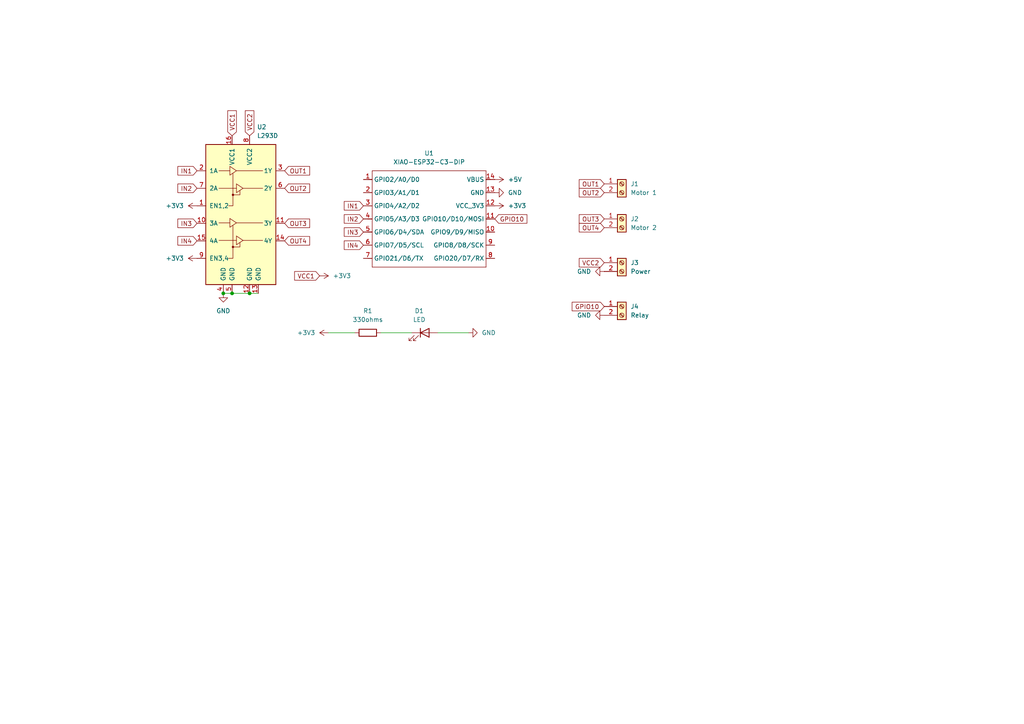
<source format=kicad_sch>
(kicad_sch (version 20250114) (generator "eeschema") (generator_version "9.0")
  (paper "A4")
  (lib_symbols
    (symbol "Connector:Screw_Terminal_01x02" (pin_names (offset 1.016) (hide yes))
      (property "Reference" "J" (at 0 2.54 0))
      (property "Value" "Screw_Terminal_01x02" (at 0 -5.08 0))
      (symbol "Screw_Terminal_01x02_1_1"
        (rectangle (start -1.27 1.27) (end 1.27 -3.81) (stroke (width 0.254)) (fill (type background)))
        (polyline (pts (xy -0.5334 0.3302) (xy 0.3302 -0.508)) (stroke (width 0.1524)))
        (polyline (pts (xy -0.5334 -2.2098) (xy 0.3302 -3.048)) (stroke (width 0.1524)))
        (polyline (pts (xy -0.3556 0.508) (xy 0.508 -0.3302)) (stroke (width 0.1524)))
        (polyline (pts (xy -0.3556 -2.032) (xy 0.508 -2.8702)) (stroke (width 0.1524)))
        (circle (center 0 0) (radius 0.635) (stroke (width 0.1524)))
        (circle (center 0 -2.54) (radius 0.635) (stroke (width 0.1524)))
        (pin passive line (at -5.08 0 0) (length 3.81) (name "Pin_1") (number "1"))
        (pin passive line (at -5.08 -2.54 0) (length 3.81) (name "Pin_2") (number "2"))
      )
    )
    (symbol "Device:LED" (pin_numbers (hide yes)) (pin_names (offset 1.016) (hide yes))
      (property "Reference" "D" (at 0 2.54 0))
      (property "Value" "LED" (at 0 -2.54 0))
      (symbol "LED_0_1"
        (polyline (pts (xy -3.048 -0.762) (xy -4.572 -2.286) (xy -3.81 -2.286) (xy -4.572 -2.286) (xy -4.572 -1.524)))
        (polyline (pts (xy -1.778 -0.762) (xy -3.302 -2.286) (xy -2.54 -2.286) (xy -3.302 -2.286) (xy -3.302 -1.524)))
        (polyline (pts (xy -1.27 0) (xy 1.27 0)))
        (polyline (pts (xy -1.27 -1.27) (xy -1.27 1.27)) (stroke (width 0.254)))
        (polyline (pts (xy 1.27 -1.27) (xy 1.27 1.27) (xy -1.27 0) (xy 1.27 -1.27)) (stroke (width 0.254)))
      )
      (symbol "LED_1_1"
        (pin passive line (at -3.81 0 0) (length 2.54) (name "K") (number "1"))
        (pin passive line (at 3.81 0 180) (length 2.54) (name "A") (number "2"))
      )
    )
    (symbol "Device:R" (pin_numbers (hide yes)) (pin_names (offset 0))
      (property "Reference" "R" (at 2.032 0 90))
      (property "Value" "R" (at 0 0 90))
      (symbol "R_0_1"
        (rectangle (start -1.016 -2.54) (end 1.016 2.54) (stroke (width 0.254)))
      )
      (symbol "R_1_1"
        (pin passive line (at 0 3.81 270) (length 1.27) (name "~") (number "1"))
        (pin passive line (at 0 -3.81 90) (length 1.27) (name "~") (number "2"))
      )
    )
    (symbol "Driver_Motor:L293D" (pin_names (offset 1.016))
      (property "Reference" "U" (at -5.08 26.035 0))
      (property "Value" "L293D" (at -5.08 24.13 0))
      (symbol "L293D_0_1"
        (rectangle (start -10.16 22.86) (end 10.16 -17.78) (stroke (width 0.254)) (fill (type background)))
        (polyline (pts (xy -6.35 15.24) (xy -3.175 15.24)))
        (polyline (pts (xy -6.35 10.16) (xy -1.27 10.16)))
        (polyline (pts (xy -6.35 0.127) (xy -3.175 0.127)))
        (polyline (pts (xy -6.35 -4.953) (xy -1.27 -4.953)))
        (polyline (pts (xy -3.175 16.51) (xy -3.175 13.97) (xy -1.27 15.24) (xy -3.175 16.51)))
        (polyline (pts (xy -3.175 1.397) (xy -3.175 -1.143) (xy -1.27 0.127) (xy -3.175 1.397)))
        (polyline (pts (xy -2.286 14.478) (xy -2.286 5.08) (xy -3.556 5.08)))
        (circle (center -2.286 8.255) (radius 0.254) (fill (type outline)))
        (polyline (pts (xy -2.286 8.255) (xy -0.254 8.255) (xy -0.254 9.525)))
        (polyline (pts (xy -2.286 -0.635) (xy -2.286 -10.16) (xy -3.556 -10.16)))
        (circle (center -2.286 -6.858) (radius 0.254) (fill (type outline)))
        (polyline (pts (xy -2.286 -6.858) (xy -0.254 -6.858) (xy -0.254 -5.588)))
        (polyline (pts (xy -1.27 15.24) (xy 6.35 15.24)))
        (polyline (pts (xy -1.27 11.43) (xy -1.27 8.89) (xy 0.635 10.16) (xy -1.27 11.43)))
        (polyline (pts (xy -1.27 0.127) (xy 6.35 0.127)))
        (polyline (pts (xy -1.27 -3.683) (xy -1.27 -6.223) (xy 0.635 -4.953) (xy -1.27 -3.683)))
        (polyline (pts (xy 0.635 10.16) (xy 6.35 10.16)))
        (polyline (pts (xy 0.635 -4.953) (xy 6.35 -4.953)))
      )
      (symbol "L293D_1_1"
        (pin input line (at -12.7 15.24 0) (length 2.54) (name "1A") (number "2"))
        (pin input line (at -12.7 10.16 0) (length 2.54) (name "2A") (number "7"))
        (pin input line (at -12.7 5.08 0) (length 2.54) (name "EN1,2") (number "1"))
        (pin input line (at -12.7 0 0) (length 2.54) (name "3A") (number "10"))
        (pin input line (at -12.7 -5.08 0) (length 2.54) (name "4A") (number "15"))
        (pin input line (at -12.7 -10.16 0) (length 2.54) (name "EN3,4") (number "9"))
        (pin power_in line (at -5.08 -20.32 90) (length 2.54) (name "GND") (number "4"))
        (pin power_in line (at -2.54 25.4 270) (length 2.54) (name "VCC1") (number "16"))
        (pin power_in line (at -2.54 -20.32 90) (length 2.54) (name "GND") (number "5"))
        (pin power_in line (at 2.54 25.4 270) (length 2.54) (name "VCC2") (number "8"))
        (pin power_in line (at 2.54 -20.32 90) (length 2.54) (name "GND") (number "12"))
        (pin power_in line (at 5.08 -20.32 90) (length 2.54) (name "GND") (number "13"))
        (pin output line (at 12.7 15.24 180) (length 2.54) (name "1Y") (number "3"))
        (pin output line (at 12.7 10.16 180) (length 2.54) (name "2Y") (number "6"))
        (pin output line (at 12.7 0 180) (length 2.54) (name "3Y") (number "11"))
        (pin output line (at 12.7 -5.08 180) (length 2.54) (name "4Y") (number "14"))
      )
    )
    (symbol "Seeed_Studio_XIAO_Series:XIAO-ESP32-C3-DIP"
      (property "Reference" "U" (at 1.016 2.794 0))
      (property "Value" "XIAO-ESP32-C3-DIP" (at 7.62 1.016 0))
      (symbol "XIAO-ESP32-C3-DIP_1_0"
        (polyline (pts (xy 0 0) (xy 33.02 0)) (stroke (width 0.1524)))
        (polyline (pts (xy 0 -2.54) (xy -1.27 -2.54)) (stroke (width 0.1524)))
        (polyline (pts (xy 0 -2.54) (xy 0 0)) (stroke (width 0.1524)))
        (polyline (pts (xy 0 -6.35) (xy -1.27 -6.35)) (stroke (width 0.1524)))
        (polyline (pts (xy 0 -6.35) (xy 0 -2.54)) (stroke (width 0.1524)))
        (polyline (pts (xy 0 -10.16) (xy -1.27 -10.16)) (stroke (width 0.1524)))
        (polyline (pts (xy 0 -10.16) (xy 0 -6.35)) (stroke (width 0.1524)))
        (polyline (pts (xy 0 -13.97) (xy -1.27 -13.97)) (stroke (width 0.1524)))
        (polyline (pts (xy 0 -13.97) (xy 0 -10.16)) (stroke (width 0.1524)))
        (polyline (pts (xy 0 -17.78) (xy -1.27 -17.78)) (stroke (width 0.1524)))
        (polyline (pts (xy 0 -21.59) (xy -1.27 -21.59)) (stroke (width 0.1524)))
        (polyline (pts (xy 0 -25.4) (xy -1.27 -25.4)) (stroke (width 0.1524)))
        (polyline (pts (xy 0 -27.94) (xy 0 -13.97)) (stroke (width 0.1524)))
        (polyline (pts (xy 33.02 0) (xy 33.02 -2.54)) (stroke (width 0.1524)))
        (polyline (pts (xy 33.02 -2.54) (xy 33.02 -6.35)) (stroke (width 0.1524)))
        (polyline (pts (xy 33.02 -6.35) (xy 33.02 -10.16)) (stroke (width 0.1524)))
        (polyline (pts (xy 33.02 -10.16) (xy 33.02 -27.94)) (stroke (width 0.1524)))
        (polyline (pts (xy 33.02 -27.94) (xy 0 -27.94)) (stroke (width 0.1524)))
        (polyline (pts (xy 34.29 -2.54) (xy 33.02 -2.54)) (stroke (width 0.1524)))
        (polyline (pts (xy 34.29 -6.35) (xy 33.02 -6.35)) (stroke (width 0.1524)))
        (polyline (pts (xy 34.29 -10.16) (xy 33.02 -10.16)) (stroke (width 0.1524)))
        (polyline (pts (xy 34.29 -13.97) (xy 33.02 -13.97)) (stroke (width 0.1524)))
        (polyline (pts (xy 34.29 -17.78) (xy 33.02 -17.78)) (stroke (width 0.1524)))
        (polyline (pts (xy 34.29 -21.59) (xy 33.02 -21.59)) (stroke (width 0.1524)))
        (polyline (pts (xy 34.29 -25.4) (xy 33.02 -25.4)) (stroke (width 0.1524)))
        (pin passive line (at -2.54 -2.54 0) (length 2.54) (name "GPIO2/A0/D0") (number "1"))
        (pin passive line (at -2.54 -6.35 0) (length 2.54) (name "GPIO3/A1/D1") (number "2"))
        (pin passive line (at -2.54 -10.16 0) (length 2.54) (name "GPIO4/A2/D2") (number "3"))
        (pin passive line (at -2.54 -13.97 0) (length 2.54) (name "GPIO5/A3/D3") (number "4"))
        (pin passive line (at -2.54 -17.78 0) (length 2.54) (name "GPIO6/D4/SDA") (number "5"))
        (pin passive line (at -2.54 -21.59 0) (length 2.54) (name "GPIO7/D5/SCL") (number "6"))
        (pin passive line (at -2.54 -25.4 0) (length 2.54) (name "GPIO21/D6/TX") (number "7"))
        (pin passive line (at 35.56 -2.54 180) (length 2.54) (name "VBUS") (number "14"))
        (pin passive line (at 35.56 -6.35 180) (length 2.54) (name "GND") (number "13"))
        (pin passive line (at 35.56 -10.16 180) (length 2.54) (name "VCC_3V3") (number "12"))
        (pin passive line (at 35.56 -13.97 180) (length 2.54) (name "GPIO10/D10/MOSI") (number "11"))
        (pin passive line (at 35.56 -17.78 180) (length 2.54) (name "GPIO9/D9/MISO") (number "10"))
        (pin passive line (at 35.56 -21.59 180) (length 2.54) (name "GPIO8/D8/SCK") (number "9"))
        (pin passive line (at 35.56 -25.4 180) (length 2.54) (name "GPIO20/D7/RX") (number "8"))
      )
    )
    (symbol "power:+3V3" (power) (pin_numbers (hide yes)) (pin_names (offset 0) (hide yes))
      (property "Value" "+3V3" (at 0 3.556 0))
      (symbol "+3V3_0_1"
        (polyline (pts (xy -0.762 1.27) (xy 0 2.54)))
        (polyline (pts (xy 0 2.54) (xy 0.762 1.27)))
        (polyline (pts (xy 0 0) (xy 0 2.54)))
      )
      (symbol "+3V3_1_1"
        (pin power_in line (at 0 0 90) (length 0) (name "~") (number "1"))
      )
    )
    (symbol "power:+5V" (power) (pin_numbers (hide yes)) (pin_names (offset 0) (hide yes))
      (property "Value" "+5V" (at 0 3.556 0))
      (symbol "+5V_0_1"
        (polyline (pts (xy -0.762 1.27) (xy 0 2.54)))
        (polyline (pts (xy 0 2.54) (xy 0.762 1.27)))
        (polyline (pts (xy 0 0) (xy 0 2.54)))
      )
      (symbol "+5V_1_1"
        (pin power_in line (at 0 0 90) (length 0) (name "~") (number "1"))
      )
    )
    (symbol "power:GND" (power) (pin_numbers (hide yes)) (pin_names (offset 0) (hide yes))
      (property "Value" "GND" (at 0 -3.81 0))
      (symbol "GND_0_1"
        (polyline (pts (xy 0 0) (xy 0 -1.27) (xy 1.27 -1.27) (xy 0 -2.54) (xy -1.27 -1.27) (xy 0 -1.27)))
      )
      (symbol "GND_1_1"
        (pin power_in line (at 0 0 270) (length 0) (name "~") (number "1"))
      )
    )
  )
  (junction (at 72.39 85.09))
  (junction (at 67.31 85.09))
  (junction (at 64.77 85.09))
  (wire (pts (xy 135.89 96.52) (xy 127 96.52)))
  (wire (pts (xy 67.31 85.09) (xy 72.39 85.09)))
  (wire (pts (xy 64.77 85.09) (xy 67.31 85.09)))
  (wire (pts (xy 119.38 96.52) (xy 110.49 96.52)))
  (wire (pts (xy 72.39 85.09) (xy 74.93 85.09)))
  (wire (pts (xy 95.25 96.52) (xy 102.87 96.52)))
  (global_label "IN2" (shape input) (at 105.41 63.5 180) (property "Intersheetrefs" "${INTERSHEET_REFS}" (effects (hide yes))))
  (global_label "OUT4" (shape input) (at 82.55 69.85 0) (property "Intersheetrefs" "${INTERSHEET_REFS}" (effects (hide yes))))
  (global_label "OUT3" (shape input) (at 82.55 64.77 0) (property "Intersheetrefs" "${INTERSHEET_REFS}" (effects (hide yes))))
  (global_label "VCC2" (shape input) (at 175.26 76.2 180) (property "Intersheetrefs" "${INTERSHEET_REFS}" (effects (hide yes))))
  (global_label "IN4" (shape input) (at 105.41 71.12 180) (property "Intersheetrefs" "${INTERSHEET_REFS}" (effects (hide yes))))
  (global_label "VCC1" (shape input) (at 67.31 39.37 90) (property "Intersheetrefs" "${INTERSHEET_REFS}" (effects (hide yes))))
  (global_label "OUT1" (shape input) (at 82.55 49.53 0) (property "Intersheetrefs" "${INTERSHEET_REFS}" (effects (hide yes))))
  (global_label "OUT1" (shape input) (at 175.26 53.34 180) (property "Intersheetrefs" "${INTERSHEET_REFS}" (effects (hide yes))))
  (global_label "IN1" (shape input) (at 105.41 59.69 180) (property "Intersheetrefs" "${INTERSHEET_REFS}" (effects (hide yes))))
  (global_label "OUT2" (shape input) (at 82.55 54.61 0) (property "Intersheetrefs" "${INTERSHEET_REFS}" (effects (hide yes))))
  (global_label "VCC2" (shape input) (at 72.39 39.37 90) (property "Intersheetrefs" "${INTERSHEET_REFS}" (effects (hide yes))))
  (global_label "IN3" (shape input) (at 105.41 67.31 180) (property "Intersheetrefs" "${INTERSHEET_REFS}" (effects (hide yes))))
  (global_label "OUT4" (shape input) (at 175.26 66.04 180) (property "Intersheetrefs" "${INTERSHEET_REFS}" (effects (hide yes))))
  (global_label "IN1" (shape input) (at 57.15 49.53 180) (property "Intersheetrefs" "${INTERSHEET_REFS}" (effects (hide yes))))
  (global_label "IN3" (shape input) (at 57.15 64.77 180) (property "Intersheetrefs" "${INTERSHEET_REFS}" (effects (hide yes))))
  (global_label "OUT2" (shape input) (at 175.26 55.88 180) (property "Intersheetrefs" "${INTERSHEET_REFS}" (effects (hide yes))))
  (global_label "GPIO10" (shape input) (at 143.51 63.5 0) (property "Intersheetrefs" "${INTERSHEET_REFS}" (effects (hide yes))))
  (global_label "IN2" (shape input) (at 57.15 54.61 180) (property "Intersheetrefs" "${INTERSHEET_REFS}" (effects (hide yes))))
  (global_label "VCC1" (shape input) (at 92.71 80.01 180) (property "Intersheetrefs" "${INTERSHEET_REFS}" (effects (hide yes))))
  (global_label "IN4" (shape input) (at 57.15 69.85 180) (property "Intersheetrefs" "${INTERSHEET_REFS}" (effects (hide yes))))
  (global_label "GPIO10" (shape input) (at 175.26 88.9 180) (property "Intersheetrefs" "${INTERSHEET_REFS}" (effects (hide yes))))
  (global_label "OUT3" (shape input) (at 175.26 63.5 180) (property "Intersheetrefs" "${INTERSHEET_REFS}" (effects (hide yes))))
  (symbol (lib_id "power:+3V3") (at 92.71 80.01 270) (unit 1)
    (property "Reference" "#PWR06" (effects (hide yes)))
    (property "Value" "+3V3" (at 96.52 80.0099 90) (effects (justify left)))
    (property "Description" "Power symbol creates a global label with name \"+3V3\"" (effects (hide yes)))
  )
  (symbol (lib_id "power:+3V3") (at 143.51 59.69 270) (unit 1)
    (property "Reference" "#PWR07" (effects (hide yes)))
    (property "Value" "+3V3" (at 147.32 59.6899 90) (effects (justify left)))
    (property "Description" "Power symbol creates a global label with name \"+3V3\"" (effects (hide yes)))
  )
  (symbol (lib_id "power:+3V3") (at 95.25 96.52 90) (unit 1)
    (property "Reference" "#PWR09" (effects (hide yes)))
    (property "Value" "+3V3" (at 91.44 96.5199 90) (effects (justify left)))
    (property "Description" "Power symbol creates a global label with name \"+3V3\"" (effects (hide yes)))
  )
  (symbol (lib_id "Connector:Screw_Terminal_01x02") (at 180.34 76.2 0) (unit 1)
    (property "Reference" "J3" (at 182.88 76.1999 0) (effects (justify left)))
    (property "Value" "Power" (at 182.88 78.7399 0) (effects (justify left)))
    (property "Footprint" "TerminalBlock:TerminalBlock_Altech_AK300-2_P5.00mm" (effects (hide yes)))
    (property "Description" "Generic screw terminal, single row, 01x02, script generated (kicad-library-utils/schlib/autogen/connector/)" (effects (hide yes)))
  )
  (symbol (lib_id "Connector:Screw_Terminal_01x02") (at 180.34 53.34 0) (unit 1)
    (property "Reference" "J1" (at 182.88 53.3399 0) (effects (justify left)))
    (property "Value" "Motor 1" (at 182.88 55.8799 0) (effects (justify left)))
    (property "Footprint" "TerminalBlock:TerminalBlock_Altech_AK300-2_P5.00mm" (effects (hide yes)))
    (property "Description" "Generic screw terminal, single row, 01x02, script generated (kicad-library-utils/schlib/autogen/connector/)" (effects (hide yes)))
  )
  (symbol (lib_id "power:GND") (at 143.51 55.88 90) (unit 1)
    (property "Reference" "#PWR04" (effects (hide yes)))
    (property "Value" "GND" (at 147.32 55.8799 90) (effects (justify right)))
    (property "Description" "Power symbol creates a global label with name \"GND\" , ground" (effects (hide yes)))
  )
  (symbol (lib_id "power:+3V3") (at 57.15 74.93 90) (unit 1)
    (property "Reference" "#PWR02" (effects (hide yes)))
    (property "Value" "+3V3" (at 53.34 74.9299 90) (effects (justify left)))
    (property "Description" "Power symbol creates a global label with name \"+3V3\"" (effects (hide yes)))
  )
  (symbol (lib_id "Connector:Screw_Terminal_01x02") (at 180.34 63.5 0) (unit 1)
    (property "Reference" "J2" (at 182.88 63.4999 0) (effects (justify left)))
    (property "Value" "Motor 2" (at 182.88 66.0399 0) (effects (justify left)))
    (property "Footprint" "TerminalBlock:TerminalBlock_Altech_AK300-2_P5.00mm" (effects (hide yes)))
    (property "Description" "Generic screw terminal, single row, 01x02, script generated (kicad-library-utils/schlib/autogen/connector/)" (effects (hide yes)))
  )
  (symbol (lib_id "power:+5V") (at 143.51 52.07 270) (unit 1)
    (property "Reference" "#PWR08" (effects (hide yes)))
    (property "Value" "+5V" (at 147.32 52.0699 90) (effects (justify left)))
    (property "Description" "Power symbol creates a global label with name \"+5V\"" (effects (hide yes)))
  )
  (symbol (lib_id "Driver_Motor:L293D") (at 69.85 64.77 0) (unit 1)
    (property "Reference" "U2" (at 74.5333 36.83 0) (effects (justify left)))
    (property "Value" "L293D" (at 74.5333 39.37 0) (effects (justify left)))
    (property "Footprint" "Package_DIP:DIP-16_W7.62mm" (effects (hide yes)))
    (property "Datasheet" "http://www.ti.com/lit/ds/symlink/l293.pdf" (effects (hide yes)))
    (property "Description" "Quadruple Half-H Drivers" (effects (hide yes)))
  )
  (symbol (lib_id "power:GND") (at 135.89 96.52 90) (unit 1)
    (property "Reference" "#PWR010" (effects (hide yes)))
    (property "Value" "GND" (at 139.7 96.5199 90) (effects (justify right)))
    (property "Description" "Power symbol creates a global label with name \"GND\" , ground" (effects (hide yes)))
  )
  (symbol (lib_id "power:GND") (at 64.77 85.09 0) (unit 1)
    (property "Reference" "#PWR03" (effects (hide yes)))
    (property "Value" "GND" (at 64.77 90.17 0))
    (property "Description" "Power symbol creates a global label with name \"GND\" , ground" (effects (hide yes)))
  )
  (symbol (lib_id "power:GND") (at 175.26 91.44 270) (unit 1)
    (property "Reference" "#PWR011" (effects (hide yes)))
    (property "Value" "GND" (at 171.45 91.4399 90) (effects (justify right)))
    (property "Description" "Power symbol creates a global label with name \"GND\" , ground" (effects (hide yes)))
  )
  (symbol (lib_id "Device:LED") (at 123.19 96.52 0) (unit 1)
    (property "Reference" "D1" (at 121.6025 90.17 0))
    (property "Value" "LED" (at 121.6025 92.71 0))
    (property "Footprint" "LED_THT:LED_D3.0mm" (effects (hide yes)))
    (property "Description" "Light emitting diode" (effects (hide yes)))
    (property "Sim.Pins" "1=K 2=A" (effects (hide yes)))
  )
  (symbol (lib_id "Connector:Screw_Terminal_01x02") (at 180.34 88.9 0) (unit 1)
    (property "Reference" "J4" (at 182.88 88.8999 0) (effects (justify left)))
    (property "Value" "Relay" (at 182.88 91.4399 0) (effects (justify left)))
    (property "Footprint" "TerminalBlock:TerminalBlock_Altech_AK300-2_P5.00mm" (effects (hide yes)))
    (property "Description" "Generic screw terminal, single row, 01x02, script generated (kicad-library-utils/schlib/autogen/connector/)" (effects (hide yes)))
  )
  (symbol (lib_id "Device:R") (at 106.68 96.52 90) (unit 1)
    (property "Reference" "R1" (at 106.68 90.17 90))
    (property "Value" "330ohms" (at 106.68 92.71 90))
    (property "Footprint" "Resistor_THT:R_Axial_DIN0207_L6.3mm_D2.5mm_P7.62mm_Horizontal" (effects (hide yes)))
    (property "Description" "Resistor" (effects (hide yes)))
  )
  (symbol (lib_id "power:+3V3") (at 57.15 59.69 90) (unit 1)
    (property "Reference" "#PWR01" (effects (hide yes)))
    (property "Value" "+3V3" (at 53.34 59.6899 90) (effects (justify left)))
    (property "Description" "Power symbol creates a global label with name \"+3V3\"" (effects (hide yes)))
  )
  (symbol (lib_id "Seeed_Studio_XIAO_Series:XIAO-ESP32-C3-DIP") (at 107.95 49.53 0) (unit 1)
    (property "Reference" "U1" (at 124.46 44.45 0))
    (property "Value" "XIAO-ESP32-C3-DIP" (at 124.46 46.99 0))
    (property "Footprint" "Seeed Studio XIAO Series Library:XIAO-ESP32C3-DIP" (effects (hide yes)))
  )
  (symbol (lib_id "power:GND") (at 175.26 78.74 270) (unit 1)
    (property "Reference" "#PWR05" (effects (hide yes)))
    (property "Value" "GND" (at 171.45 78.7399 90) (effects (justify right)))
    (property "Description" "Power symbol creates a global label with name \"GND\" , ground" (effects (hide yes)))
  )
)
</source>
